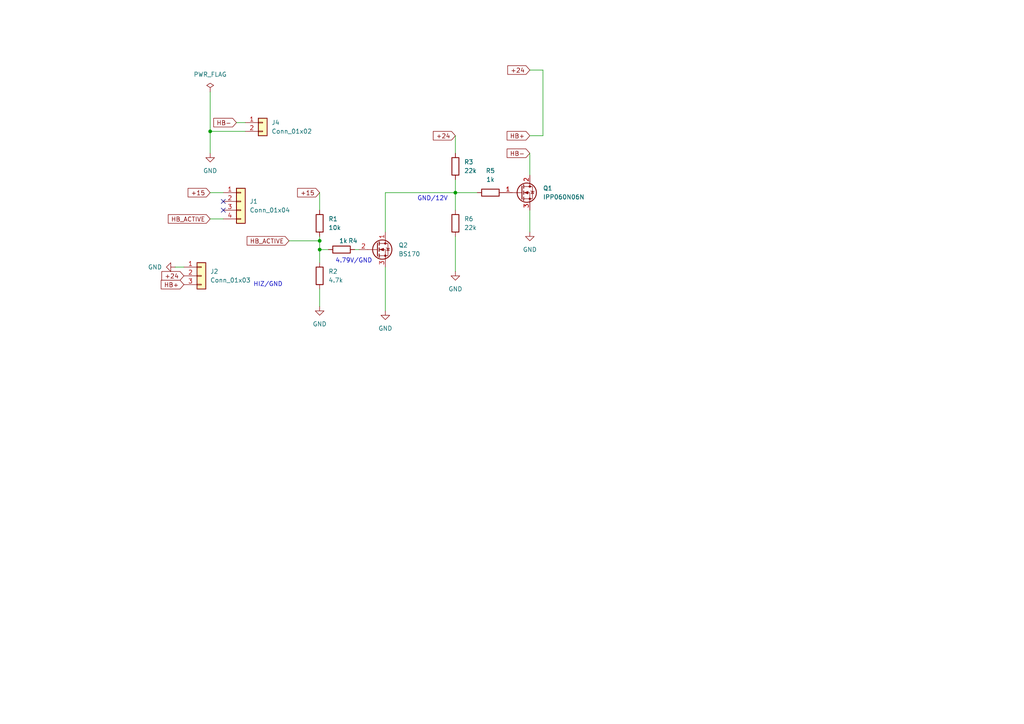
<source format=kicad_sch>
(kicad_sch (version 20231120) (generator "eeschema") (generator_version "8.0")
  (paper "A4")
  (lib_symbols
    (symbol "Connector_Generic:Conn_01x02" (pin_names (offset 1.016) hide)
      (property "Reference" "J" (at 0 2.54 0))
      (property "Value" "Conn_01x02" (at 0 -5.08 0))
      (symbol "Conn_01x02_1_1"
        (rectangle (start -1.27 -2.413) (end 0 -2.667) (stroke (width 0.1524)))
        (rectangle (start -1.27 0.127) (end 0 -0.127) (stroke (width 0.1524)))
        (rectangle (start -1.27 1.27) (end 1.27 -3.81) (stroke (width 0.254)) (fill (type background)))
        (pin passive line (at -5.08 0 0) (length 3.81) (name "Pin_1") (number "1"))
        (pin passive line (at -5.08 -2.54 0) (length 3.81) (name "Pin_2") (number "2"))
      )
    )
    (symbol "Connector_Generic:Conn_01x03" (pin_names (offset 1.016) hide)
      (property "Reference" "J" (at 0 5.08 0))
      (property "Value" "Conn_01x03" (at 0 -5.08 0))
      (symbol "Conn_01x03_1_1"
        (rectangle (start -1.27 -2.413) (end 0 -2.667) (stroke (width 0.1524)))
        (rectangle (start -1.27 0.127) (end 0 -0.127) (stroke (width 0.1524)))
        (rectangle (start -1.27 2.667) (end 0 2.413) (stroke (width 0.1524)))
        (rectangle (start -1.27 3.81) (end 1.27 -3.81) (stroke (width 0.254)) (fill (type background)))
        (pin passive line (at -5.08 2.54 0) (length 3.81) (name "Pin_1") (number "1"))
        (pin passive line (at -5.08 0 0) (length 3.81) (name "Pin_2") (number "2"))
        (pin passive line (at -5.08 -2.54 0) (length 3.81) (name "Pin_3") (number "3"))
      )
    )
    (symbol "Connector_Generic:Conn_01x04" (pin_names (offset 1.016) hide)
      (property "Reference" "J" (at 0 5.08 0))
      (property "Value" "Conn_01x04" (at 0 -7.62 0))
      (symbol "Conn_01x04_1_1"
        (rectangle (start -1.27 -4.953) (end 0 -5.207) (stroke (width 0.1524)))
        (rectangle (start -1.27 -2.413) (end 0 -2.667) (stroke (width 0.1524)))
        (rectangle (start -1.27 0.127) (end 0 -0.127) (stroke (width 0.1524)))
        (rectangle (start -1.27 2.667) (end 0 2.413) (stroke (width 0.1524)))
        (rectangle (start -1.27 3.81) (end 1.27 -6.35) (stroke (width 0.254)) (fill (type background)))
        (pin passive line (at -5.08 2.54 0) (length 3.81) (name "Pin_1") (number "1"))
        (pin passive line (at -5.08 0 0) (length 3.81) (name "Pin_2") (number "2"))
        (pin passive line (at -5.08 -2.54 0) (length 3.81) (name "Pin_3") (number "3"))
        (pin passive line (at -5.08 -5.08 0) (length 3.81) (name "Pin_4") (number "4"))
      )
    )
    (symbol "Device:R" (pin_numbers hide) (pin_names (offset 0))
      (property "Reference" "R" (at 2.032 0 90))
      (property "Value" "R" (at 0 0 90))
      (symbol "R_0_1"
        (rectangle (start -1.016 -2.54) (end 1.016 2.54) (stroke (width 0.254)))
      )
      (symbol "R_1_1"
        (pin passive line (at 0 3.81 270) (length 1.27) (name "~") (number "1"))
        (pin passive line (at 0 -3.81 90) (length 1.27) (name "~") (number "2"))
      )
    )
    (symbol "Transistor_FET:BS170" (pin_names hide)
      (property "Reference" "Q" (at 5.08 1.905 0))
      (property "Value" "BS170" (at 5.08 0 0))
      (symbol "BS170_0_1"
        (polyline (pts (xy 0.254 0) (xy -2.54 0)))
        (polyline (pts (xy 0.254 1.905) (xy 0.254 -1.905)) (stroke (width 0.254)))
        (polyline (pts (xy 0.762 -1.27) (xy 0.762 -2.286)) (stroke (width 0.254)))
        (polyline (pts (xy 0.762 0.508) (xy 0.762 -0.508)) (stroke (width 0.254)))
        (polyline (pts (xy 0.762 2.286) (xy 0.762 1.27)) (stroke (width 0.254)))
        (polyline (pts (xy 2.54 2.54) (xy 2.54 1.778)))
        (polyline (pts (xy 2.54 -2.54) (xy 2.54 0) (xy 0.762 0)))
        (polyline (pts (xy 0.762 -1.778) (xy 3.302 -1.778) (xy 3.302 1.778) (xy 0.762 1.778)))
        (polyline (pts (xy 1.016 0) (xy 2.032 0.381) (xy 2.032 -0.381) (xy 1.016 0)) (fill (type outline)))
        (polyline (pts (xy 2.794 0.508) (xy 2.921 0.381) (xy 3.683 0.381) (xy 3.81 0.254)))
        (polyline (pts (xy 3.302 0.381) (xy 2.921 -0.254) (xy 3.683 -0.254) (xy 3.302 0.381)))
        (circle (center 1.651 0) (radius 2.794) (stroke (width 0.254)))
        (circle (center 2.54 -1.778) (radius 0.254) (fill (type outline)))
        (circle (center 2.54 1.778) (radius 0.254) (fill (type outline)))
      )
      (symbol "BS170_1_1"
        (pin passive line (at 2.54 5.08 270) (length 2.54) (name "D") (number "1"))
        (pin input line (at -5.08 0 0) (length 2.54) (name "G") (number "2"))
        (pin passive line (at 2.54 -5.08 90) (length 2.54) (name "S") (number "3"))
      )
    )
    (symbol "Transistor_FET:IPP060N06N" (pin_names hide)
      (property "Reference" "Q" (at 5.08 1.905 0))
      (property "Value" "IPP060N06N" (at 5.08 0 0))
      (symbol "IPP060N06N_0_1"
        (polyline (pts (xy 0.254 0) (xy -2.54 0)))
        (polyline (pts (xy 0.254 1.905) (xy 0.254 -1.905)) (stroke (width 0.254)))
        (polyline (pts (xy 0.762 -1.27) (xy 0.762 -2.286)) (stroke (width 0.254)))
        (polyline (pts (xy 0.762 0.508) (xy 0.762 -0.508)) (stroke (width 0.254)))
        (polyline (pts (xy 0.762 2.286) (xy 0.762 1.27)) (stroke (width 0.254)))
        (polyline (pts (xy 2.54 2.54) (xy 2.54 1.778)))
        (polyline (pts (xy 2.54 -2.54) (xy 2.54 0) (xy 0.762 0)))
        (polyline (pts (xy 0.762 -1.778) (xy 3.302 -1.778) (xy 3.302 1.778) (xy 0.762 1.778)))
        (polyline (pts (xy 1.016 0) (xy 2.032 0.381) (xy 2.032 -0.381) (xy 1.016 0)) (fill (type outline)))
        (polyline (pts (xy 2.794 0.508) (xy 2.921 0.381) (xy 3.683 0.381) (xy 3.81 0.254)))
        (polyline (pts (xy 3.302 0.381) (xy 2.921 -0.254) (xy 3.683 -0.254) (xy 3.302 0.381)))
        (circle (center 1.651 0) (radius 2.794) (stroke (width 0.254)))
        (circle (center 2.54 -1.778) (radius 0.254) (fill (type outline)))
        (circle (center 2.54 1.778) (radius 0.254) (fill (type outline)))
      )
      (symbol "IPP060N06N_1_1"
        (pin input line (at -5.08 0 0) (length 2.54) (name "G") (number "1"))
        (pin passive line (at 2.54 5.08 270) (length 2.54) (name "D") (number "2"))
        (pin passive line (at 2.54 -5.08 90) (length 2.54) (name "S") (number "3"))
      )
    )
    (symbol "power:GND" (power) (pin_numbers hide) (pin_names (offset 0) hide)
      (property "Value" "GND" (at 0 -3.81 0))
      (symbol "GND_0_1"
        (polyline (pts (xy 0 0) (xy 0 -1.27) (xy 1.27 -1.27) (xy 0 -2.54) (xy -1.27 -1.27) (xy 0 -1.27)))
      )
      (symbol "GND_1_1"
        (pin power_in line (at 0 0 270) (length 0) (name "~") (number "1"))
      )
    )
    (symbol "power:PWR_FLAG" (power) (pin_numbers hide) (pin_names (offset 0) hide)
      (property "Value" "PWR_FLAG" (at 0 3.81 0))
      (symbol "PWR_FLAG_0_0"
        (pin power_out line (at 0 0 90) (length 0) (name "~") (number "1"))
      )
      (symbol "PWR_FLAG_0_1"
        (polyline (pts (xy 0 0) (xy 0 1.27) (xy -1.016 1.905) (xy 0 2.54) (xy 1.016 1.905) (xy 0 1.27)))
      )
    )
  )
  (junction (at 92.71 69.85))
  (junction (at 92.71 72.39))
  (junction (at 132.08 55.88))
  (junction (at 60.96 38.1))
  (no_connect (at 64.77 58.42))
  (no_connect (at 64.77 60.96))
  (wire (pts (xy 60.96 38.1) (xy 71.12 38.1)))
  (wire (pts (xy 60.96 63.5) (xy 64.77 63.5)))
  (wire (pts (xy 157.48 39.37) (xy 153.67 39.37)))
  (wire (pts (xy 157.48 20.32) (xy 157.48 39.37)))
  (wire (pts (xy 157.48 20.32) (xy 153.67 20.32)))
  (wire (pts (xy 111.76 55.88) (xy 111.76 67.31)))
  (wire (pts (xy 132.08 55.88) (xy 132.08 60.96)))
  (wire (pts (xy 83.82 69.85) (xy 92.71 69.85)))
  (wire (pts (xy 111.76 55.88) (xy 132.08 55.88)))
  (wire (pts (xy 138.43 55.88) (xy 132.08 55.88)))
  (wire (pts (xy 92.71 83.82) (xy 92.71 88.9)))
  (wire (pts (xy 92.71 72.39) (xy 92.71 76.2)))
  (wire (pts (xy 92.71 69.85) (xy 92.71 72.39)))
  (wire (pts (xy 50.8 77.47) (xy 53.34 77.47)))
  (wire (pts (xy 60.96 55.88) (xy 64.77 55.88)))
  (wire (pts (xy 132.08 68.58) (xy 132.08 78.74)))
  (wire (pts (xy 132.08 39.37) (xy 132.08 44.45)))
  (wire (pts (xy 92.71 68.58) (xy 92.71 69.85)))
  (wire (pts (xy 60.96 26.67) (xy 60.96 38.1)))
  (wire (pts (xy 102.87 72.39) (xy 104.14 72.39)))
  (wire (pts (xy 132.08 52.07) (xy 132.08 55.88)))
  (wire (pts (xy 153.67 44.45) (xy 153.67 50.8)))
  (wire (pts (xy 60.96 38.1) (xy 60.96 44.45)))
  (wire (pts (xy 95.25 72.39) (xy 92.71 72.39)))
  (wire (pts (xy 92.71 55.88) (xy 92.71 60.96)))
  (wire (pts (xy 111.76 77.47) (xy 111.76 90.17)))
  (wire (pts (xy 153.67 60.96) (xy 153.67 67.31)))
  (wire (pts (xy 68.58 35.56) (xy 71.12 35.56)))
  (text "HIZ/GND" (at 77.724 82.55 0) (effects (font (size 1.27 1.27))))
  (text "4.79V/GND" (at 102.616 75.692 0) (effects (font (size 1.27 1.27))))
  (text "GND/12V" (at 125.476 57.658 0) (effects (font (size 1.27 1.27))))
  (global_label "HB-" (shape input) (at 153.67 44.45 180) (property "Intersheetrefs" "${INTERSHEET_REFS}" (effects (hide yes))))
  (global_label "+15" (shape input) (at 92.71 55.88 180) (property "Intersheetrefs" "${INTERSHEET_REFS}" (effects (hide yes))))
  (global_label "+24" (shape input) (at 132.08 39.37 180) (property "Intersheetrefs" "${INTERSHEET_REFS}" (effects (hide yes))))
  (global_label "+15" (shape input) (at 60.96 55.88 180) (property "Intersheetrefs" "${INTERSHEET_REFS}" (effects (hide yes))))
  (global_label "HB_ACTIVE" (shape input) (at 60.96 63.5 180) (property "Intersheetrefs" "${INTERSHEET_REFS}" (effects (hide yes))))
  (global_label "+24" (shape input) (at 53.34 80.01 180) (property "Intersheetrefs" "${INTERSHEET_REFS}" (effects (hide yes))))
  (global_label "+24" (shape input) (at 153.67 20.32 180) (property "Intersheetrefs" "${INTERSHEET_REFS}" (effects (hide yes))))
  (global_label "HB_ACTIVE" (shape input) (at 83.82 69.85 180) (property "Intersheetrefs" "${INTERSHEET_REFS}" (effects (hide yes))))
  (global_label "HB-" (shape input) (at 68.58 35.56 180) (property "Intersheetrefs" "${INTERSHEET_REFS}" (effects (hide yes))))
  (global_label "HB+" (shape input) (at 153.67 39.37 180) (property "Intersheetrefs" "${INTERSHEET_REFS}" (effects (hide yes))))
  (global_label "HB+" (shape input) (at 53.34 82.55 180) (property "Intersheetrefs" "${INTERSHEET_REFS}" (effects (hide yes))))
  (symbol (lib_id "power:GND") (at 50.8 77.47 270) (unit 1)
    (property "Reference" "#PWR02" (effects (hide yes)))
    (property "Value" "GND" (at 46.99 77.4699 90) (effects (justify right)))
    (property "Description" "Power symbol creates a global label with name \"GND\" , ground" (effects (hide yes)))
  )
  (symbol (lib_id "Transistor_FET:BS170") (at 109.22 72.39 0) (unit 1)
    (property "Reference" "Q2" (at 115.57 71.1199 0) (effects (justify left)))
    (property "Value" "BS170" (at 115.57 73.6599 0) (effects (justify left)))
    (property "Footprint" "Package_TO_SOT_THT:TO-92_Inline_Wide" (effects (hide yes)))
    (property "Datasheet" "https://www.onsemi.com/pub/Collateral/BS170-D.PDF" (effects (hide yes)))
    (property "Description" "0.5A Id, 60V Vds, N-Channel MOSFET, TO-92" (effects (hide yes)))
  )
  (symbol (lib_id "Connector_Generic:Conn_01x04") (at 69.85 58.42 0) (unit 1)
    (property "Reference" "J1" (at 72.39 58.4199 0) (effects (justify left)))
    (property "Value" "Conn_01x04" (at 72.39 60.9599 0) (effects (justify left)))
    (property "Footprint" "Connector_PinSocket_2.54mm:PinSocket_1x04_P2.54mm_Vertical" (effects (hide yes)))
    (property "Description" "Generic connector, single row, 01x04, script generated (kicad-library-utils/schlib/autogen/connector/)" (effects (hide yes)))
  )
  (symbol (lib_id "power:GND") (at 111.76 90.17 0) (unit 1)
    (property "Reference" "#PWR04" (effects (hide yes)))
    (property "Value" "GND" (at 111.76 95.25 0))
    (property "Description" "Power symbol creates a global label with name \"GND\" , ground" (effects (hide yes)))
  )
  (symbol (lib_id "Device:R") (at 132.08 64.77 0) (unit 1)
    (property "Reference" "R6" (at 134.62 63.4999 0) (effects (justify left)))
    (property "Value" "22k" (at 134.62 66.0399 0) (effects (justify left)))
    (property "Footprint" "Resistor_THT:R_Axial_DIN0204_L3.6mm_D1.6mm_P5.08mm_Horizontal" (effects (hide yes)))
    (property "Description" "Resistor" (effects (hide yes)))
  )
  (symbol (lib_id "power:GND") (at 60.96 44.45 0) (unit 1)
    (property "Reference" "#PWR01" (effects (hide yes)))
    (property "Value" "GND" (at 60.96 49.53 0))
    (property "Description" "Power symbol creates a global label with name \"GND\" , ground" (effects (hide yes)))
  )
  (symbol (lib_id "Device:R") (at 99.06 72.39 90) (unit 1)
    (property "Reference" "R4" (at 102.362 69.85 90))
    (property "Value" "1k" (at 99.568 69.85 90))
    (property "Footprint" "Resistor_THT:R_Axial_DIN0204_L3.6mm_D1.6mm_P5.08mm_Horizontal" (effects (hide yes)))
    (property "Description" "Resistor" (effects (hide yes)))
  )
  (symbol (lib_id "power:PWR_FLAG") (at 60.96 26.67 0) (unit 1)
    (property "Reference" "#FLG01" (effects (hide yes)))
    (property "Value" "PWR_FLAG" (at 60.96 21.59 0))
    (property "Description" "Special symbol for telling ERC where power comes from" (effects (hide yes)))
  )
  (symbol (lib_id "Transistor_FET:IPP060N06N") (at 151.13 55.88 0) (unit 1)
    (property "Reference" "Q1" (at 157.48 54.6099 0) (effects (justify left)))
    (property "Value" "IPP060N06N" (at 157.48 57.1499 0) (effects (justify left)))
    (property "Footprint" "Package_TO_SOT_THT:TO-220-3_Vertical" (effects (hide yes)))
    (property "Datasheet" "https://www.infineon.com/dgdl/Infineon-IPP060N06N-DS-v02_02-en.pdf?fileId=db3a30433727a44301372c06d9d7498a" (effects (hide yes)))
    (property "Description" "45A Id, 60V Vds, Single N-Channel Power MOSFET, 6mOhm Ron, TO-220" (effects (hide yes)))
  )
  (symbol (lib_id "Connector_Generic:Conn_01x02") (at 76.2 35.56 0) (unit 1)
    (property "Reference" "J4" (at 78.74 35.5599 0) (effects (justify left)))
    (property "Value" "Conn_01x02" (at 78.74 38.0999 0) (effects (justify left)))
    (property "Footprint" "TerminalBlock:TerminalBlock_bornier-2_P5.08mm" (effects (hide yes)))
    (property "Description" "Generic connector, single row, 01x02, script generated (kicad-library-utils/schlib/autogen/connector/)" (effects (hide yes)))
  )
  (symbol (lib_id "Connector_Generic:Conn_01x03") (at 58.42 80.01 0) (unit 1)
    (property "Reference" "J2" (at 60.96 78.7399 0) (effects (justify left)))
    (property "Value" "Conn_01x03" (at 60.96 81.2799 0) (effects (justify left)))
    (property "Footprint" "TerminalBlock:TerminalBlock_bornier-3_P5.08mm" (effects (hide yes)))
    (property "Description" "Generic connector, single row, 01x03, script generated (kicad-library-utils/schlib/autogen/connector/)" (effects (hide yes)))
  )
  (symbol (lib_id "power:GND") (at 153.67 67.31 0) (unit 1)
    (property "Reference" "#PWR05" (effects (hide yes)))
    (property "Value" "GND" (at 153.67 72.39 0))
    (property "Description" "Power symbol creates a global label with name \"GND\" , ground" (effects (hide yes)))
  )
  (symbol (lib_id "Device:R") (at 142.24 55.88 90) (unit 1)
    (property "Reference" "R5" (at 142.24 49.53 90))
    (property "Value" "1k" (at 142.24 52.07 90))
    (property "Footprint" "Resistor_THT:R_Axial_DIN0204_L3.6mm_D1.6mm_P5.08mm_Horizontal" (effects (hide yes)))
    (property "Description" "Resistor" (effects (hide yes)))
  )
  (symbol (lib_id "Device:R") (at 92.71 80.01 0) (unit 1)
    (property "Reference" "R2" (at 95.25 78.7399 0) (effects (justify left)))
    (property "Value" "4.7k" (at 95.25 81.2799 0) (effects (justify left)))
    (property "Footprint" "Resistor_THT:R_Axial_DIN0204_L3.6mm_D1.6mm_P5.08mm_Horizontal" (effects (hide yes)))
    (property "Description" "Resistor" (effects (hide yes)))
  )
  (symbol (lib_id "Device:R") (at 132.08 48.26 0) (unit 1)
    (property "Reference" "R3" (at 134.62 46.9899 0) (effects (justify left)))
    (property "Value" "22k" (at 134.62 49.5299 0) (effects (justify left)))
    (property "Footprint" "Resistor_THT:R_Axial_DIN0204_L3.6mm_D1.6mm_P5.08mm_Horizontal" (effects (hide yes)))
    (property "Description" "Resistor" (effects (hide yes)))
  )
  (symbol (lib_id "power:GND") (at 132.08 78.74 0) (unit 1)
    (property "Reference" "#PWR06" (effects (hide yes)))
    (property "Value" "GND" (at 132.08 83.82 0))
    (property "Description" "Power symbol creates a global label with name \"GND\" , ground" (effects (hide yes)))
  )
  (symbol (lib_id "power:GND") (at 92.71 88.9 0) (unit 1)
    (property "Reference" "#PWR03" (effects (hide yes)))
    (property "Value" "GND" (at 92.71 93.98 0))
    (property "Description" "Power symbol creates a global label with name \"GND\" , ground" (effects (hide yes)))
  )
  (symbol (lib_id "Device:R") (at 92.71 64.77 0) (unit 1)
    (property "Reference" "R1" (at 95.25 63.4999 0) (effects (justify left)))
    (property "Value" "10k" (at 95.25 66.0399 0) (effects (justify left)))
    (property "Footprint" "Resistor_THT:R_Axial_DIN0204_L3.6mm_D1.6mm_P5.08mm_Horizontal" (effects (hide yes)))
    (property "Description" "Resistor" (effects (hide yes)))
  )
)
</source>
